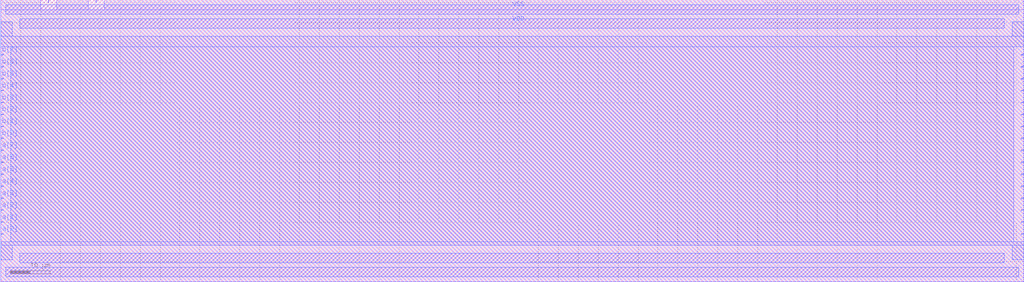
<source format=lef>
##
## LEF for PtnCells ;
## created by Innovus v19.10-p002_1 on Fri May 29 13:00:12 2020
##

VERSION 5.7 ;

BUSBITCHARS "[]" ;
DIVIDERCHAR "/" ;

MACRO mult8x8
  CLASS BLOCK ;
  SIZE 256.800000 BY 70.800000 ;
  FOREIGN mult8x8 0.000000 0.000000 ;
  ORIGIN 0 0 ;
  SYMMETRY X Y R90 ;
  PIN clk
    DIRECTION INPUT ;
    USE SIGNAL ;
    ANTENNAPARTIALMETALAREA 10.14 LAYER M2  ;
    ANTENNAPARTIALMETALSIDEAREA 37.666 LAYER M2  ;
    ANTENNAMODEL OXIDE1 ;
    ANTENNAGATEAREA 0.5544 LAYER M2  ;
    ANTENNAMAXAREACAR 20.5931 LAYER M2  ;
    ANTENNAMAXSIDEAREACAR 77.728 LAYER M2  ;
    ANTENNAPARTIALCUTAREA 0.4 LAYER V2  ;
    ANTENNAMAXCUTCAR 1.22655 LAYER V2  ;
    ANTENNAPARTIALMETALAREA 132.64 LAYER M3  ;
    ANTENNAPARTIALMETALSIDEAREA 498.464 LAYER M3  ;
    ANTENNAGATEAREA 28.9728 LAYER M3  ;
    ANTENNAMAXAREACAR 25.1712 LAYER M3  ;
    ANTENNAMAXSIDEAREACAR 94.9325 LAYER M3  ;
    ANTENNAMAXCUTCAR 2.52525 LAYER VL  ;
    PORT
      LAYER M2 ;
        RECT 11.900000 70.200000 12.100000 70.800000 ;
    END
  END clk
  PIN resetn
    DIRECTION INPUT ;
    USE SIGNAL ;
    ANTENNAPARTIALMETALAREA 1.9 LAYER M2  ;
    ANTENNAPARTIALMETALSIDEAREA 7.03 LAYER M2  ;
    ANTENNAMODEL OXIDE1 ;
    ANTENNAGATEAREA 0.204 LAYER M2  ;
    ANTENNAMAXAREACAR 9.9451 LAYER M2  ;
    ANTENNAMAXSIDEAREACAR 36.9275 LAYER M2  ;
    ANTENNAMAXCUTCAR 0.196078 LAYER V2  ;
    PORT
      LAYER M2 ;
        RECT 23.900000 70.200000 24.100000 70.800000 ;
    END
  END resetn
  PIN a[7]
    DIRECTION INPUT ;
    USE SIGNAL ;
    ANTENNAPARTIALMETALAREA 1.86 LAYER M3  ;
    ANTENNAPARTIALMETALSIDEAREA 6.882 LAYER M3  ;
    ANTENNAMODEL OXIDE1 ;
    ANTENNAGATEAREA 0.0912 LAYER M3  ;
    ANTENNAMAXAREACAR 26.7719 LAYER M3  ;
    ANTENNAMAXSIDEAREACAR 101.123 LAYER M3  ;
    ANTENNAMAXCUTCAR 1.31579 LAYER VL  ;
    PORT
      LAYER M3 ;
        RECT 0.000000 32.900000 0.600000 33.100000 ;
    END
  END a[7]
  PIN a[6]
    DIRECTION INPUT ;
    USE SIGNAL ;
    ANTENNAPARTIALMETALAREA 2.06 LAYER M3  ;
    ANTENNAPARTIALMETALSIDEAREA 7.622 LAYER M3  ;
    ANTENNAMODEL OXIDE1 ;
    ANTENNAGATEAREA 0.0912 LAYER M3  ;
    ANTENNAMAXAREACAR 28.9649 LAYER M3  ;
    ANTENNAMAXSIDEAREACAR 109.237 LAYER M3  ;
    ANTENNAMAXCUTCAR 1.31579 LAYER VL  ;
    PORT
      LAYER M3 ;
        RECT 0.000000 29.900000 0.600000 30.100000 ;
    END
  END a[6]
  PIN a[5]
    DIRECTION INPUT ;
    USE SIGNAL ;
    ANTENNAPARTIALMETALAREA 1.86 LAYER M3  ;
    ANTENNAPARTIALMETALSIDEAREA 6.882 LAYER M3  ;
    ANTENNAMODEL OXIDE1 ;
    ANTENNAGATEAREA 0.0912 LAYER M3  ;
    ANTENNAMAXAREACAR 24.1404 LAYER M3  ;
    ANTENNAMAXSIDEAREACAR 91.386 LAYER M3  ;
    ANTENNAMAXCUTCAR 1.31579 LAYER VL  ;
    PORT
      LAYER M3 ;
        RECT 0.000000 26.900000 0.600000 27.100000 ;
    END
  END a[5]
  PIN a[4]
    DIRECTION INPUT ;
    USE SIGNAL ;
    ANTENNAPARTIALMETALAREA 1.86 LAYER M3  ;
    ANTENNAPARTIALMETALSIDEAREA 6.882 LAYER M3  ;
    ANTENNAMODEL OXIDE1 ;
    ANTENNAGATEAREA 0.0912 LAYER M3  ;
    ANTENNAMAXAREACAR 30.2807 LAYER M3  ;
    ANTENNAMAXSIDEAREACAR 114.105 LAYER M3  ;
    ANTENNAMAXCUTCAR 1.31579 LAYER VL  ;
    PORT
      LAYER M3 ;
        RECT 0.000000 23.900000 0.600000 24.100000 ;
    END
  END a[4]
  PIN a[3]
    DIRECTION INPUT ;
    USE SIGNAL ;
    ANTENNAPARTIALMETALAREA 2.26 LAYER M3  ;
    ANTENNAPARTIALMETALSIDEAREA 8.362 LAYER M3  ;
    ANTENNAMODEL OXIDE1 ;
    ANTENNAGATEAREA 0.0912 LAYER M3  ;
    ANTENNAMAXAREACAR 27.6491 LAYER M3  ;
    ANTENNAMAXSIDEAREACAR 104.368 LAYER M3  ;
    ANTENNAMAXCUTCAR 1.31579 LAYER VL  ;
    PORT
      LAYER M3 ;
        RECT 0.000000 20.900000 0.600000 21.100000 ;
    END
  END a[3]
  PIN a[2]
    DIRECTION INPUT ;
    USE SIGNAL ;
    ANTENNAPARTIALMETALAREA 1.98 LAYER M3  ;
    ANTENNAPARTIALMETALSIDEAREA 7.326 LAYER M3  ;
    ANTENNAMODEL OXIDE1 ;
    ANTENNAGATEAREA 0.0912 LAYER M3  ;
    ANTENNAMAXAREACAR 24.5789 LAYER M3  ;
    ANTENNAMAXSIDEAREACAR 93.0088 LAYER M3  ;
    ANTENNAMAXCUTCAR 1.31579 LAYER VL  ;
    PORT
      LAYER M3 ;
        RECT 0.000000 17.900000 0.600000 18.100000 ;
    END
  END a[2]
  PIN a[1]
    DIRECTION INPUT ;
    USE SIGNAL ;
    ANTENNAPARTIALMETALAREA 2.02 LAYER M3  ;
    ANTENNAPARTIALMETALSIDEAREA 7.474 LAYER M3  ;
    ANTENNAMODEL OXIDE1 ;
    ANTENNAGATEAREA 0.0912 LAYER M3  ;
    ANTENNAMAXAREACAR 27.6491 LAYER M3  ;
    ANTENNAMAXSIDEAREACAR 104.368 LAYER M3  ;
    ANTENNAMAXCUTCAR 1.31579 LAYER VL  ;
    PORT
      LAYER M3 ;
        RECT 0.000000 14.900000 0.600000 15.100000 ;
    END
  END a[1]
  PIN a[0]
    DIRECTION INPUT ;
    USE SIGNAL ;
    ANTENNAPARTIALMETALAREA 2.06 LAYER M3  ;
    ANTENNAPARTIALMETALSIDEAREA 7.622 LAYER M3  ;
    ANTENNAMODEL OXIDE1 ;
    ANTENNAGATEAREA 0.0912 LAYER M3  ;
    ANTENNAMAXAREACAR 27.2105 LAYER M3  ;
    ANTENNAMAXSIDEAREACAR 102.746 LAYER M3  ;
    ANTENNAMAXCUTCAR 1.31579 LAYER VL  ;
    PORT
      LAYER M3 ;
        RECT 0.000000 11.900000 0.600000 12.100000 ;
    END
  END a[0]
  PIN b[7]
    DIRECTION INPUT ;
    USE SIGNAL ;
    ANTENNAPARTIALMETALAREA 2.42 LAYER M3  ;
    ANTENNAPARTIALMETALSIDEAREA 8.954 LAYER M3  ;
    ANTENNAMODEL OXIDE1 ;
    ANTENNAGATEAREA 0.0912 LAYER M3  ;
    ANTENNAMAXAREACAR 29.4035 LAYER M3  ;
    ANTENNAMAXSIDEAREACAR 110.86 LAYER M3  ;
    ANTENNAMAXCUTCAR 1.31579 LAYER VL  ;
    PORT
      LAYER M3 ;
        RECT 0.000000 56.900000 0.600000 57.100000 ;
    END
  END b[7]
  PIN b[6]
    DIRECTION INPUT ;
    USE SIGNAL ;
    ANTENNAPARTIALMETALAREA 2.14 LAYER M3  ;
    ANTENNAPARTIALMETALSIDEAREA 7.918 LAYER M3  ;
    ANTENNAMODEL OXIDE1 ;
    ANTENNAGATEAREA 0.0912 LAYER M3  ;
    ANTENNAMAXAREACAR 26.3333 LAYER M3  ;
    ANTENNAMAXSIDEAREACAR 99.5 LAYER M3  ;
    ANTENNAMAXCUTCAR 1.31579 LAYER VL  ;
    PORT
      LAYER M3 ;
        RECT 0.000000 53.900000 0.600000 54.100000 ;
    END
  END b[6]
  PIN b[5]
    DIRECTION INPUT ;
    USE SIGNAL ;
    ANTENNAPARTIALMETALAREA 2.26 LAYER M3  ;
    ANTENNAPARTIALMETALSIDEAREA 8.362 LAYER M3  ;
    ANTENNAMODEL OXIDE1 ;
    ANTENNAGATEAREA 0.0912 LAYER M3  ;
    ANTENNAMAXAREACAR 31.1579 LAYER M3  ;
    ANTENNAMAXSIDEAREACAR 117.351 LAYER M3  ;
    ANTENNAMAXCUTCAR 1.31579 LAYER VL  ;
    PORT
      LAYER M3 ;
        RECT 0.000000 50.900000 0.600000 51.100000 ;
    END
  END b[5]
  PIN b[4]
    DIRECTION INPUT ;
    USE SIGNAL ;
    ANTENNAPARTIALMETALAREA 1.9 LAYER M3  ;
    ANTENNAPARTIALMETALSIDEAREA 7.03 LAYER M3  ;
    ANTENNAMODEL OXIDE1 ;
    ANTENNAGATEAREA 0.0912 LAYER M3  ;
    ANTENNAMAXAREACAR 25.4561 LAYER M3  ;
    ANTENNAMAXSIDEAREACAR 96.2544 LAYER M3  ;
    ANTENNAMAXCUTCAR 1.31579 LAYER VL  ;
    PORT
      LAYER M3 ;
        RECT 0.000000 47.900000 0.600000 48.100000 ;
    END
  END b[4]
  PIN b[3]
    DIRECTION INPUT ;
    USE SIGNAL ;
    ANTENNAPARTIALMETALAREA 2.02 LAYER M3  ;
    ANTENNAPARTIALMETALSIDEAREA 7.474 LAYER M3  ;
    ANTENNAMODEL OXIDE1 ;
    ANTENNAGATEAREA 0.0888 LAYER M3  ;
    ANTENNAMAXAREACAR 28.3468 LAYER M3  ;
    ANTENNAMAXSIDEAREACAR 107.189 LAYER M3  ;
    ANTENNAMAXCUTCAR 1.35135 LAYER VL  ;
    PORT
      LAYER M3 ;
        RECT 0.000000 44.900000 0.600000 45.100000 ;
    END
  END b[3]
  PIN b[2]
    DIRECTION INPUT ;
    USE SIGNAL ;
    ANTENNAPARTIALMETALAREA 1.9 LAYER M3  ;
    ANTENNAPARTIALMETALSIDEAREA 7.03 LAYER M3  ;
    ANTENNAMODEL OXIDE1 ;
    ANTENNAGATEAREA 0.0912 LAYER M3  ;
    ANTENNAMAXAREACAR 23.7018 LAYER M3  ;
    ANTENNAMAXSIDEAREACAR 89.7632 LAYER M3  ;
    ANTENNAMAXCUTCAR 1.31579 LAYER VL  ;
    PORT
      LAYER M3 ;
        RECT 0.000000 41.900000 0.600000 42.100000 ;
    END
  END b[2]
  PIN b[1]
    DIRECTION INPUT ;
    USE SIGNAL ;
    ANTENNAPARTIALMETALAREA 1.78 LAYER M3  ;
    ANTENNAPARTIALMETALSIDEAREA 6.586 LAYER M3  ;
    ANTENNAMODEL OXIDE1 ;
    ANTENNAGATEAREA 0.0912 LAYER M3  ;
    ANTENNAMAXAREACAR 23.2632 LAYER M3  ;
    ANTENNAMAXSIDEAREACAR 88.1404 LAYER M3  ;
    ANTENNAMAXCUTCAR 1.31579 LAYER VL  ;
    PORT
      LAYER M3 ;
        RECT 0.000000 38.900000 0.600000 39.100000 ;
    END
  END b[1]
  PIN b[0]
    DIRECTION INPUT ;
    USE SIGNAL ;
    ANTENNAPARTIALMETALAREA 2.38 LAYER M3  ;
    ANTENNAPARTIALMETALSIDEAREA 8.806 LAYER M3  ;
    ANTENNAMODEL OXIDE1 ;
    ANTENNAGATEAREA 0.0912 LAYER M3  ;
    ANTENNAMAXAREACAR 35.9825 LAYER M3  ;
    ANTENNAMAXSIDEAREACAR 135.202 LAYER M3  ;
    ANTENNAMAXCUTCAR 1.31579 LAYER VL  ;
    PORT
      LAYER M3 ;
        RECT 0.000000 35.900000 0.600000 36.100000 ;
    END
  END b[0]
  PIN result[15]
    DIRECTION OUTPUT ;
    USE SIGNAL ;
    ANTENNAPARTIALMETALAREA 2.98 LAYER M3  ;
    ANTENNAPARTIALMETALSIDEAREA 11.026 LAYER M3  ;
    ANTENNAMODEL OXIDE1 ;
    ANTENNAGATEAREA 6.66 LAYER M3  ;
    ANTENNAMAXAREACAR 1.01389 LAYER M3  ;
    ANTENNAMAXSIDEAREACAR 3.80198 LAYER M3  ;
    ANTENNAMAXCUTCAR 0.024024 LAYER VL  ;
    PORT
      LAYER M3 ;
        RECT 256.200000 56.900000 256.800000 57.100000 ;
    END
  END result[15]
  PIN result[14]
    DIRECTION OUTPUT ;
    USE SIGNAL ;
    ANTENNAPARTIALMETALAREA 4.62 LAYER M3  ;
    ANTENNAPARTIALMETALSIDEAREA 17.242 LAYER M3  ;
    ANTENNAMODEL OXIDE1 ;
    ANTENNAGATEAREA 2.603 LAYER M3  ;
    ANTENNAMAXAREACAR 2.07576 LAYER M3  ;
    ANTENNAMAXSIDEAREACAR 7.7841 LAYER M3  ;
    ANTENNAMAXCUTCAR 0.0461007 LAYER VL  ;
    PORT
      LAYER M3 ;
        RECT 256.200000 53.900000 256.800000 54.100000 ;
    END
  END result[14]
  PIN result[13]
    DIRECTION OUTPUT ;
    USE SIGNAL ;
    ANTENNAPARTIALMETALAREA 3.06 LAYER M3  ;
    ANTENNAPARTIALMETALSIDEAREA 11.322 LAYER M3  ;
    ANTENNAMODEL OXIDE1 ;
    ANTENNAGATEAREA 2.602 LAYER M3  ;
    ANTENNAMAXAREACAR 1.49716 LAYER M3  ;
    ANTENNAMAXSIDEAREACAR 5.63213 LAYER M3  ;
    ANTENNAMAXCUTCAR 0.0461184 LAYER VL  ;
    PORT
      LAYER M3 ;
        RECT 256.200000 50.900000 256.800000 51.100000 ;
    END
  END result[13]
  PIN result[12]
    DIRECTION OUTPUT ;
    USE SIGNAL ;
    ANTENNAPARTIALMETALAREA 3.1 LAYER M3  ;
    ANTENNAPARTIALMETALSIDEAREA 11.47 LAYER M3  ;
    ANTENNAMODEL OXIDE1 ;
    ANTENNAGATEAREA 2.603 LAYER M3  ;
    ANTENNAMAXAREACAR 1.58402 LAYER M3  ;
    ANTENNAMAXSIDEAREACAR 5.9078 LAYER M3  ;
    ANTENNAMAXCUTCAR 0.0461007 LAYER VL  ;
    PORT
      LAYER M3 ;
        RECT 256.200000 47.900000 256.800000 48.100000 ;
    END
  END result[12]
  PIN result[11]
    DIRECTION OUTPUT ;
    USE SIGNAL ;
    ANTENNAPARTIALMETALAREA 3.78 LAYER M3  ;
    ANTENNAPARTIALMETALSIDEAREA 13.986 LAYER M3  ;
    ANTENNAMODEL OXIDE1 ;
    ANTENNAGATEAREA 2.602 LAYER M3  ;
    ANTENNAMAXAREACAR 1.71238 LAYER M3  ;
    ANTENNAMAXSIDEAREACAR 6.42844 LAYER M3  ;
    ANTENNAMAXCUTCAR 0.0461184 LAYER VL  ;
    PORT
      LAYER M3 ;
        RECT 256.200000 44.900000 256.800000 45.100000 ;
    END
  END result[11]
  PIN result[10]
    DIRECTION OUTPUT ;
    USE SIGNAL ;
    ANTENNAPARTIALMETALAREA 3.02 LAYER M3  ;
    ANTENNAPARTIALMETALSIDEAREA 11.174 LAYER M3  ;
    ANTENNAMODEL OXIDE1 ;
    ANTENNAGATEAREA 2.603 LAYER M3  ;
    ANTENNAMAXAREACAR 1.46108 LAYER M3  ;
    ANTENNAMAXSIDEAREACAR 5.45294 LAYER M3  ;
    ANTENNAMAXCUTCAR 0.0461007 LAYER VL  ;
    PORT
      LAYER M3 ;
        RECT 256.200000 41.900000 256.800000 42.100000 ;
    END
  END result[10]
  PIN result[9]
    DIRECTION OUTPUT ;
    USE SIGNAL ;
    ANTENNAPARTIALMETALAREA 3.18 LAYER M3  ;
    ANTENNAPARTIALMETALSIDEAREA 11.766 LAYER M3  ;
    ANTENNAMODEL OXIDE1 ;
    ANTENNAGATEAREA 2.603 LAYER M3  ;
    ANTENNAMAXAREACAR 1.46108 LAYER M3  ;
    ANTENNAMAXSIDEAREACAR 5.45294 LAYER M3  ;
    ANTENNAMAXCUTCAR 0.0461007 LAYER VL  ;
    PORT
      LAYER M3 ;
        RECT 256.200000 38.900000 256.800000 39.100000 ;
    END
  END result[9]
  PIN result[8]
    DIRECTION OUTPUT ;
    USE SIGNAL ;
    ANTENNAPARTIALMETALAREA 2.7 LAYER M3  ;
    ANTENNAPARTIALMETALSIDEAREA 9.99 LAYER M3  ;
    ANTENNAMODEL OXIDE1 ;
    ANTENNAGATEAREA 2.602 LAYER M3  ;
    ANTENNAMAXAREACAR 1.29731 LAYER M3  ;
    ANTENNAMAXSIDEAREACAR 4.8927 LAYER M3  ;
    ANTENNAMAXCUTCAR 0.0461184 LAYER VL  ;
    PORT
      LAYER M3 ;
        RECT 256.200000 35.900000 256.800000 36.100000 ;
    END
  END result[8]
  PIN result[7]
    DIRECTION OUTPUT ;
    USE SIGNAL ;
    ANTENNAPARTIALMETALAREA 4.34 LAYER M3  ;
    ANTENNAPARTIALMETALSIDEAREA 16.058 LAYER M3  ;
    ANTENNAMODEL OXIDE1 ;
    ANTENNAGATEAREA 2.602 LAYER M3  ;
    ANTENNAMAXAREACAR 2.11207 LAYER M3  ;
    ANTENNAMAXSIDEAREACAR 7.9073 LAYER M3  ;
    ANTENNAMAXCUTCAR 0.0461184 LAYER VL  ;
    PORT
      LAYER M3 ;
        RECT 256.200000 32.900000 256.800000 33.100000 ;
    END
  END result[7]
  PIN result[6]
    DIRECTION OUTPUT ;
    USE SIGNAL ;
    ANTENNAPARTIALMETALAREA 3.34 LAYER M3  ;
    ANTENNAPARTIALMETALSIDEAREA 12.358 LAYER M3  ;
    ANTENNAMODEL OXIDE1 ;
    ANTENNAGATEAREA 1.893 LAYER M3  ;
    ANTENNAMAXAREACAR 2.21046 LAYER M3  ;
    ANTENNAMAXSIDEAREACAR 8.03212 LAYER M3  ;
    ANTENNAMAXCUTCAR 0.0845219 LAYER VL  ;
    PORT
      LAYER M3 ;
        RECT 256.200000 29.900000 256.800000 30.100000 ;
    END
  END result[6]
  PIN result[5]
    DIRECTION OUTPUT ;
    USE SIGNAL ;
    ANTENNAPARTIALMETALAREA 4.34 LAYER M3  ;
    ANTENNAPARTIALMETALSIDEAREA 16.058 LAYER M3  ;
    ANTENNAMODEL OXIDE1 ;
    ANTENNAGATEAREA 1.893 LAYER M3  ;
    ANTENNAMAXAREACAR 2.78098 LAYER M3  ;
    ANTENNAMAXSIDEAREACAR 10.1431 LAYER M3  ;
    ANTENNAMAXCUTCAR 0.0845219 LAYER VL  ;
    PORT
      LAYER M3 ;
        RECT 256.200000 26.900000 256.800000 27.100000 ;
    END
  END result[5]
  PIN result[4]
    DIRECTION OUTPUT ;
    USE SIGNAL ;
    ANTENNAPARTIALMETALAREA 4.18 LAYER M3  ;
    ANTENNAPARTIALMETALSIDEAREA 15.466 LAYER M3  ;
    ANTENNAMODEL OXIDE1 ;
    ANTENNAGATEAREA 2.848 LAYER M3  ;
    ANTENNAMAXAREACAR 1.94747 LAYER M3  ;
    ANTENNAMAXSIDEAREACAR 7.14466 LAYER M3  ;
    ANTENNAMAXCUTCAR 0.0561798 LAYER VL  ;
    PORT
      LAYER M3 ;
        RECT 256.200000 23.900000 256.800000 24.100000 ;
    END
  END result[4]
  PIN result[3]
    DIRECTION OUTPUT ;
    USE SIGNAL ;
    ANTENNAPARTIALMETALAREA 6.58 LAYER M3  ;
    ANTENNAPARTIALMETALSIDEAREA 24.346 LAYER M3  ;
    ANTENNAMODEL OXIDE1 ;
    ANTENNAGATEAREA 2.014 LAYER M3  ;
    ANTENNAMAXAREACAR 3.91976 LAYER M3  ;
    ANTENNAMAXSIDEAREACAR 14.6616 LAYER M3  ;
    ANTENNAMAXCUTCAR 0.0794439 LAYER VL  ;
    PORT
      LAYER M3 ;
        RECT 256.200000 20.900000 256.800000 21.100000 ;
    END
  END result[3]
  PIN result[2]
    DIRECTION OUTPUT ;
    USE SIGNAL ;
    ANTENNAPARTIALMETALAREA 5.78 LAYER M3  ;
    ANTENNAPARTIALMETALSIDEAREA 21.386 LAYER M3  ;
    ANTENNAMODEL OXIDE1 ;
    ANTENNAGATEAREA 2.014 LAYER M3  ;
    ANTENNAMAXAREACAR 3.6854 LAYER M3  ;
    ANTENNAMAXSIDEAREACAR 13.9168 LAYER M3  ;
    ANTENNAMAXCUTCAR 0.0794439 LAYER VL  ;
    PORT
      LAYER M3 ;
        RECT 256.200000 17.900000 256.800000 18.100000 ;
    END
  END result[2]
  PIN result[1]
    DIRECTION OUTPUT ;
    USE SIGNAL ;
    ANTENNAPARTIALMETALAREA 5.22 LAYER M3  ;
    ANTENNAPARTIALMETALSIDEAREA 19.314 LAYER M3  ;
    ANTENNAMODEL OXIDE1 ;
    ANTENNAGATEAREA 2.014 LAYER M3  ;
    ANTENNAMAXAREACAR 3.67349 LAYER M3  ;
    ANTENNAMAXSIDEAREACAR 14.03 LAYER M3  ;
    ANTENNAMAXCUTCAR 0.0794439 LAYER VL  ;
    PORT
      LAYER M3 ;
        RECT 256.200000 14.900000 256.800000 15.100000 ;
    END
  END result[1]
  PIN result[0]
    DIRECTION OUTPUT ;
    USE SIGNAL ;
    ANTENNAPARTIALMETALAREA 6.34 LAYER M3  ;
    ANTENNAPARTIALMETALSIDEAREA 23.458 LAYER M3  ;
    ANTENNAMODEL OXIDE1 ;
    ANTENNAGATEAREA 2.014 LAYER M3  ;
    ANTENNAMAXAREACAR 3.78073 LAYER M3  ;
    ANTENNAMAXSIDEAREACAR 14.1472 LAYER M3  ;
    ANTENNAMAXCUTCAR 0.0794439 LAYER VL  ;
    PORT
      LAYER M3 ;
        RECT 256.200000 11.900000 256.800000 12.100000 ;
    END
  END result[0]
  PIN VSS
    DIRECTION INOUT ;
    USE GROUND ;

# P/G power stripe data as pin
    PORT
      LAYER M3 ;
        RECT 1.200000 1.200000 255.600000 3.600000 ;
        RECT 1.200000 67.200000 255.600000 69.600000 ;
    END
# end of P/G power stripe data as pin

  END VSS
  PIN VDD
    DIRECTION INOUT ;
    USE POWER ;

# P/G power stripe data as pin
    PORT
      LAYER M3 ;
        RECT 4.800000 4.800000 252.000000 7.200000 ;
        RECT 4.800000 63.600000 252.000000 66.000000 ;
    END
# end of P/G power stripe data as pin

  END VDD
  OBS
    LAYER M1 ;
      RECT 0.000000 0.000000 256.800000 70.800000 ;
    LAYER M2 ;
      RECT 26.020000 68.280000 256.800000 70.800000 ;
      RECT 14.020000 68.280000 21.980000 70.800000 ;
      RECT 0.000000 68.280000 9.980000 70.800000 ;
      RECT 0.000000 0.000000 256.800000 68.280000 ;
    LAYER M3 ;
      RECT 253.920000 61.680000 256.800000 65.280000 ;
      RECT 0.000000 61.680000 2.880000 65.280000 ;
      RECT 0.000000 59.020000 256.800000 61.680000 ;
      RECT 2.520000 9.980000 254.280000 59.020000 ;
      RECT 0.000000 9.120000 256.800000 9.980000 ;
      RECT 253.920000 5.520000 256.800000 9.120000 ;
      RECT 0.000000 5.520000 2.880000 9.120000 ;
  END
END mult8x8

END LIBRARY

</source>
